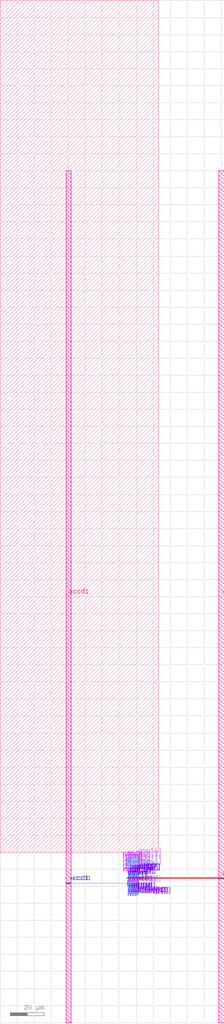
<source format=lef>
VERSION 5.7 ;
  NOWIREEXTENSIONATPIN ON ;
  DIVIDERCHAR "/" ;
  BUSBITCHARS "[]" ;
MACRO flash_array_8x8
  CLASS BLOCK ;
  FOREIGN flash_array_8x8 ;
  ORIGIN 0.000 0.000 ;
  SIZE 93.100 BY 500.000 ;
  PIN sen2
    ANTENNAGATEAREA 0.504000 ;
    PORT
      LAYER li1 ;
        RECT 75.290 -11.940 75.460 -11.925 ;
        RECT 76.730 -11.940 76.900 -11.925 ;
        RECT 78.170 -11.940 78.340 -11.925 ;
        RECT 79.610 -11.940 79.780 -11.925 ;
        RECT 75.210 -12.110 75.540 -11.940 ;
        RECT 76.650 -12.110 76.980 -11.940 ;
        RECT 78.090 -12.110 78.420 -11.940 ;
        RECT 79.530 -12.110 79.860 -11.940 ;
        RECT 75.910 -24.445 76.240 -24.275 ;
        RECT 77.350 -24.445 77.680 -24.275 ;
        RECT 78.790 -24.445 79.120 -24.275 ;
        RECT 80.230 -24.445 80.560 -24.275 ;
        RECT 75.990 -24.460 76.160 -24.445 ;
        RECT 77.430 -24.460 77.600 -24.445 ;
        RECT 78.870 -24.460 79.040 -24.445 ;
        RECT 80.310 -24.460 80.480 -24.445 ;
      LAYER mcon ;
        RECT 75.290 -12.095 75.460 -11.925 ;
        RECT 76.730 -12.095 76.900 -11.925 ;
        RECT 78.170 -12.095 78.340 -11.925 ;
        RECT 79.610 -12.095 79.780 -11.925 ;
      LAYER met1 ;
        RECT 75.005 -12.125 81.605 -11.895 ;
        RECT 81.465 -24.260 81.605 -12.125 ;
        RECT 75.005 -24.490 81.605 -24.260 ;
    END
  END sen2
  PIN sen1
    ANTENNAGATEAREA 0.504000 ;
    PORT
      LAYER li1 ;
        RECT 75.690 -12.450 76.020 -12.280 ;
        RECT 77.130 -12.450 77.460 -12.280 ;
        RECT 78.570 -12.450 78.900 -12.280 ;
        RECT 80.010 -12.450 80.340 -12.280 ;
        RECT 75.770 -12.465 75.940 -12.450 ;
        RECT 77.210 -12.465 77.380 -12.450 ;
        RECT 78.650 -12.465 78.820 -12.450 ;
        RECT 80.090 -12.465 80.260 -12.450 ;
        RECT 75.510 -23.935 75.680 -23.920 ;
        RECT 76.950 -23.935 77.120 -23.920 ;
        RECT 78.390 -23.935 78.560 -23.920 ;
        RECT 79.830 -23.935 80.000 -23.920 ;
        RECT 75.430 -24.105 75.760 -23.935 ;
        RECT 76.870 -24.105 77.200 -23.935 ;
        RECT 78.310 -24.105 78.640 -23.935 ;
        RECT 79.750 -24.105 80.080 -23.935 ;
      LAYER mcon ;
        RECT 75.510 -24.090 75.680 -23.920 ;
        RECT 76.950 -24.090 77.120 -23.920 ;
        RECT 78.390 -24.090 78.560 -23.920 ;
        RECT 79.830 -24.090 80.000 -23.920 ;
      LAYER met1 ;
        RECT 75.005 -12.495 81.325 -12.265 ;
        RECT 81.185 -23.890 81.325 -12.495 ;
        RECT 75.005 -24.120 81.325 -23.890 ;
    END
  END sen1
  PIN BL[7]
    ANTENNAGATEAREA 0.126000 ;
    ANTENNADIFFAREA 0.273000 ;
    PORT
      LAYER li1 ;
        RECT 80.240 -2.240 80.570 -2.070 ;
        RECT 80.240 -8.900 80.570 -8.730 ;
        RECT 80.085 -13.735 80.415 -13.565 ;
      LAYER mcon ;
        RECT 80.320 -2.240 80.490 -2.070 ;
        RECT 80.320 -8.900 80.490 -8.730 ;
        RECT 80.165 -13.735 80.335 -13.565 ;
      LAYER met1 ;
        RECT 80.320 -2.040 80.490 -1.905 ;
        RECT 80.260 -2.270 80.550 -2.040 ;
        RECT 80.320 -8.700 80.490 -2.270 ;
        RECT 80.260 -8.930 80.550 -8.700 ;
        RECT 80.320 -10.455 80.490 -8.930 ;
        RECT 80.275 -10.595 80.490 -10.455 ;
        RECT 80.275 -10.895 80.415 -10.595 ;
        RECT 80.155 -11.215 80.415 -10.895 ;
        RECT 80.090 -13.765 80.410 -13.505 ;
      LAYER via ;
        RECT 80.155 -11.185 80.415 -10.925 ;
        RECT 80.120 -13.765 80.380 -13.505 ;
      LAYER met2 ;
        RECT 80.155 -11.215 80.415 -10.895 ;
        RECT 80.155 -13.505 80.295 -11.215 ;
        RECT 80.090 -13.765 80.410 -13.505 ;
    END
  END BL[7]
  PIN BL[6]
    ANTENNAGATEAREA 0.126000 ;
    ANTENNADIFFAREA 0.273000 ;
    PORT
      LAYER li1 ;
        RECT 79.520 -2.240 79.850 -2.070 ;
        RECT 79.520 -8.900 79.850 -8.730 ;
        RECT 79.675 -22.800 80.005 -22.630 ;
      LAYER mcon ;
        RECT 79.600 -2.240 79.770 -2.070 ;
        RECT 79.600 -8.900 79.770 -8.730 ;
        RECT 79.755 -22.800 79.925 -22.630 ;
      LAYER met1 ;
        RECT 79.600 -2.040 79.770 -1.905 ;
        RECT 79.540 -2.270 79.830 -2.040 ;
        RECT 79.600 -8.700 79.770 -2.270 ;
        RECT 79.540 -8.930 79.830 -8.700 ;
        RECT 79.600 -10.455 79.770 -8.930 ;
        RECT 79.600 -10.595 79.835 -10.455 ;
        RECT 79.695 -10.895 79.835 -10.595 ;
        RECT 79.695 -11.155 80.015 -10.895 ;
        RECT 79.680 -22.860 80.000 -22.600 ;
      LAYER via ;
        RECT 79.725 -11.155 79.985 -10.895 ;
        RECT 79.710 -22.860 79.970 -22.600 ;
      LAYER met2 ;
        RECT 79.695 -11.155 80.015 -10.895 ;
        RECT 79.795 -22.600 79.935 -11.155 ;
        RECT 79.680 -22.860 80.000 -22.600 ;
    END
  END BL[6]
  PIN BL[5]
    ANTENNAGATEAREA 0.126000 ;
    ANTENNADIFFAREA 0.273000 ;
    PORT
      LAYER li1 ;
        RECT 78.800 -2.240 79.130 -2.070 ;
        RECT 78.800 -8.900 79.130 -8.730 ;
        RECT 78.645 -13.735 78.975 -13.565 ;
      LAYER mcon ;
        RECT 78.880 -2.240 79.050 -2.070 ;
        RECT 78.880 -8.900 79.050 -8.730 ;
        RECT 78.725 -13.735 78.895 -13.565 ;
      LAYER met1 ;
        RECT 78.880 -2.040 79.050 -1.905 ;
        RECT 78.820 -2.270 79.110 -2.040 ;
        RECT 78.880 -8.700 79.050 -2.270 ;
        RECT 78.820 -8.930 79.110 -8.700 ;
        RECT 78.880 -10.455 79.050 -8.930 ;
        RECT 78.835 -10.595 79.050 -10.455 ;
        RECT 78.835 -10.895 78.975 -10.595 ;
        RECT 78.715 -11.215 78.975 -10.895 ;
        RECT 78.650 -13.765 78.970 -13.505 ;
      LAYER via ;
        RECT 78.715 -11.185 78.975 -10.925 ;
        RECT 78.680 -13.765 78.940 -13.505 ;
      LAYER met2 ;
        RECT 78.715 -11.215 78.975 -10.895 ;
        RECT 78.715 -13.505 78.855 -11.215 ;
        RECT 78.650 -13.765 78.970 -13.505 ;
    END
  END BL[5]
  PIN BL[4]
    ANTENNAGATEAREA 0.126000 ;
    ANTENNADIFFAREA 0.273000 ;
    PORT
      LAYER li1 ;
        RECT 78.080 -2.240 78.410 -2.070 ;
        RECT 78.080 -8.900 78.410 -8.730 ;
        RECT 78.235 -22.800 78.565 -22.630 ;
      LAYER mcon ;
        RECT 78.160 -2.240 78.330 -2.070 ;
        RECT 78.160 -8.900 78.330 -8.730 ;
        RECT 78.315 -22.800 78.485 -22.630 ;
      LAYER met1 ;
        RECT 78.160 -2.040 78.330 -1.905 ;
        RECT 78.100 -2.270 78.390 -2.040 ;
        RECT 78.160 -8.700 78.330 -2.270 ;
        RECT 78.100 -8.930 78.390 -8.700 ;
        RECT 78.160 -10.455 78.330 -8.930 ;
        RECT 78.160 -10.595 78.395 -10.455 ;
        RECT 78.255 -10.895 78.395 -10.595 ;
        RECT 78.255 -11.155 78.575 -10.895 ;
        RECT 78.240 -22.860 78.560 -22.600 ;
      LAYER via ;
        RECT 78.285 -11.155 78.545 -10.895 ;
        RECT 78.270 -22.860 78.530 -22.600 ;
      LAYER met2 ;
        RECT 78.255 -11.155 78.575 -10.895 ;
        RECT 78.355 -22.600 78.495 -11.155 ;
        RECT 78.240 -22.860 78.560 -22.600 ;
    END
  END BL[4]
  PIN BL[3]
    ANTENNAGATEAREA 0.126000 ;
    ANTENNADIFFAREA 0.273000 ;
    PORT
      LAYER li1 ;
        RECT 77.360 -2.240 77.690 -2.070 ;
        RECT 77.360 -8.900 77.690 -8.730 ;
        RECT 77.205 -13.735 77.535 -13.565 ;
      LAYER mcon ;
        RECT 77.440 -2.240 77.610 -2.070 ;
        RECT 77.440 -8.900 77.610 -8.730 ;
        RECT 77.285 -13.735 77.455 -13.565 ;
      LAYER met1 ;
        RECT 77.440 -2.040 77.610 -1.905 ;
        RECT 77.380 -2.270 77.670 -2.040 ;
        RECT 77.440 -8.700 77.610 -2.270 ;
        RECT 77.380 -8.930 77.670 -8.700 ;
        RECT 77.440 -10.455 77.610 -8.930 ;
        RECT 77.395 -10.595 77.610 -10.455 ;
        RECT 77.395 -10.895 77.535 -10.595 ;
        RECT 77.275 -11.215 77.535 -10.895 ;
        RECT 77.210 -13.765 77.530 -13.505 ;
      LAYER via ;
        RECT 77.275 -11.185 77.535 -10.925 ;
        RECT 77.240 -13.765 77.500 -13.505 ;
      LAYER met2 ;
        RECT 77.275 -11.215 77.535 -10.895 ;
        RECT 77.275 -13.505 77.415 -11.215 ;
        RECT 77.210 -13.765 77.530 -13.505 ;
    END
  END BL[3]
  PIN BL[2]
    ANTENNAGATEAREA 0.126000 ;
    ANTENNADIFFAREA 0.273000 ;
    PORT
      LAYER li1 ;
        RECT 76.640 -2.240 76.970 -2.070 ;
        RECT 76.640 -8.900 76.970 -8.730 ;
        RECT 76.795 -22.800 77.125 -22.630 ;
      LAYER mcon ;
        RECT 76.720 -2.240 76.890 -2.070 ;
        RECT 76.720 -8.900 76.890 -8.730 ;
        RECT 76.875 -22.800 77.045 -22.630 ;
      LAYER met1 ;
        RECT 76.720 -2.040 76.890 -1.905 ;
        RECT 76.660 -2.270 76.950 -2.040 ;
        RECT 76.720 -8.700 76.890 -2.270 ;
        RECT 76.660 -8.930 76.950 -8.700 ;
        RECT 76.720 -10.455 76.890 -8.930 ;
        RECT 76.720 -10.595 76.955 -10.455 ;
        RECT 76.815 -10.895 76.955 -10.595 ;
        RECT 76.815 -11.155 77.135 -10.895 ;
        RECT 76.800 -22.860 77.120 -22.600 ;
      LAYER via ;
        RECT 76.845 -11.155 77.105 -10.895 ;
        RECT 76.830 -22.860 77.090 -22.600 ;
      LAYER met2 ;
        RECT 76.815 -11.155 77.135 -10.895 ;
        RECT 76.915 -22.600 77.055 -11.155 ;
        RECT 76.800 -22.860 77.120 -22.600 ;
    END
  END BL[2]
  PIN BL[1]
    ANTENNAGATEAREA 0.126000 ;
    ANTENNADIFFAREA 0.273000 ;
    PORT
      LAYER li1 ;
        RECT 75.920 -2.240 76.250 -2.070 ;
        RECT 75.920 -8.900 76.250 -8.730 ;
        RECT 75.765 -13.735 76.095 -13.565 ;
      LAYER mcon ;
        RECT 76.000 -2.240 76.170 -2.070 ;
        RECT 76.000 -8.900 76.170 -8.730 ;
        RECT 75.845 -13.735 76.015 -13.565 ;
      LAYER met1 ;
        RECT 76.000 -2.040 76.170 -1.905 ;
        RECT 75.940 -2.270 76.230 -2.040 ;
        RECT 76.000 -8.700 76.170 -2.270 ;
        RECT 75.940 -8.930 76.230 -8.700 ;
        RECT 76.000 -10.455 76.170 -8.930 ;
        RECT 75.955 -10.595 76.170 -10.455 ;
        RECT 75.955 -10.895 76.095 -10.595 ;
        RECT 75.835 -11.215 76.095 -10.895 ;
        RECT 75.770 -13.765 76.090 -13.505 ;
      LAYER via ;
        RECT 75.835 -11.185 76.095 -10.925 ;
        RECT 75.800 -13.765 76.060 -13.505 ;
      LAYER met2 ;
        RECT 75.835 -11.215 76.095 -10.895 ;
        RECT 75.835 -13.505 75.975 -11.215 ;
        RECT 75.770 -13.765 76.090 -13.505 ;
    END
  END BL[1]
  PIN BL[0]
    ANTENNAGATEAREA 0.126000 ;
    ANTENNADIFFAREA 0.273000 ;
    PORT
      LAYER li1 ;
        RECT 75.200 -2.240 75.530 -2.070 ;
        RECT 75.200 -8.900 75.530 -8.730 ;
        RECT 75.355 -22.800 75.685 -22.630 ;
      LAYER mcon ;
        RECT 75.280 -2.240 75.450 -2.070 ;
        RECT 75.280 -8.900 75.450 -8.730 ;
        RECT 75.435 -22.800 75.605 -22.630 ;
      LAYER met1 ;
        RECT 75.280 -2.040 75.450 -1.905 ;
        RECT 75.220 -2.270 75.510 -2.040 ;
        RECT 75.280 -8.700 75.450 -2.270 ;
        RECT 75.220 -8.930 75.510 -8.700 ;
        RECT 75.280 -10.455 75.450 -8.930 ;
        RECT 75.280 -10.595 75.515 -10.455 ;
        RECT 75.375 -10.895 75.515 -10.595 ;
        RECT 75.375 -11.155 75.695 -10.895 ;
        RECT 75.360 -22.860 75.680 -22.600 ;
      LAYER via ;
        RECT 75.405 -11.155 75.665 -10.895 ;
        RECT 75.390 -22.860 75.650 -22.600 ;
      LAYER met2 ;
        RECT 75.375 -11.155 75.695 -10.895 ;
        RECT 75.475 -22.600 75.615 -11.155 ;
        RECT 75.360 -22.860 75.680 -22.600 ;
    END
  END BL[0]
  PIN VBPW
    ANTENNADIFFAREA 8.916200 ;
    PORT
      LAYER li1 ;
        RECT 74.090 -1.730 81.670 -1.560 ;
        RECT 81.340 -3.260 81.670 -3.090 ;
        RECT 74.090 -3.690 74.420 -3.520 ;
        RECT 81.340 -4.120 81.670 -3.950 ;
        RECT 74.090 -4.550 74.420 -4.380 ;
        RECT 74.090 -6.590 74.420 -6.420 ;
        RECT 81.340 -7.020 81.670 -6.850 ;
        RECT 74.090 -7.450 74.420 -7.280 ;
        RECT 81.340 -7.880 81.670 -7.710 ;
        RECT 74.090 -9.410 81.670 -9.240 ;
      LAYER mcon ;
        RECT 74.170 -1.730 74.340 -1.560 ;
        RECT 81.420 -1.730 81.590 -1.560 ;
        RECT 81.420 -3.260 81.590 -3.090 ;
        RECT 74.170 -3.690 74.340 -3.520 ;
        RECT 81.420 -4.120 81.590 -3.950 ;
        RECT 74.170 -4.550 74.340 -4.380 ;
        RECT 74.170 -6.590 74.340 -6.420 ;
        RECT 81.420 -7.020 81.590 -6.850 ;
        RECT 74.170 -7.450 74.340 -7.280 ;
        RECT 81.420 -7.880 81.590 -7.710 ;
        RECT 74.170 -9.410 74.340 -9.240 ;
        RECT 81.420 -9.410 81.590 -9.240 ;
      LAYER met1 ;
        RECT 74.110 -1.760 74.400 -1.530 ;
        RECT 81.360 -1.760 81.650 -1.530 ;
        RECT 74.170 -3.490 74.340 -1.760 ;
        RECT 81.420 -3.060 81.590 -1.760 ;
        RECT 81.390 -3.290 81.620 -3.060 ;
        RECT 74.140 -3.720 74.370 -3.490 ;
        RECT 74.170 -4.350 74.340 -3.720 ;
        RECT 81.420 -3.920 81.590 -3.290 ;
        RECT 81.390 -4.150 81.620 -3.920 ;
        RECT 74.140 -4.580 74.370 -4.350 ;
        RECT 74.170 -6.390 74.340 -4.580 ;
        RECT 74.140 -6.620 74.370 -6.390 ;
        RECT 74.170 -7.250 74.340 -6.620 ;
        RECT 81.420 -6.820 81.590 -4.150 ;
        RECT 81.390 -7.050 81.620 -6.820 ;
        RECT 74.140 -7.480 74.370 -7.250 ;
        RECT 74.170 -9.210 74.340 -7.480 ;
        RECT 81.420 -7.680 81.590 -7.050 ;
        RECT 81.390 -7.910 81.620 -7.680 ;
        RECT 81.420 -9.210 81.590 -7.910 ;
        RECT 74.110 -9.440 74.400 -9.210 ;
        RECT 81.360 -9.440 81.650 -9.210 ;
    END
  END VBPW
  PIN SSL[1]
    ANTENNAGATEAREA 1.680000 ;
    PORT
      LAYER li1 ;
        RECT 80.860 -8.515 81.190 -8.345 ;
    END
  END SSL[1]
  PIN out[6]
    ANTENNADIFFAREA 0.111300 ;
    PORT
      LAYER li1 ;
        RECT 79.840 -25.055 80.010 -24.635 ;
    END
  END out[6]
  PIN out[4]
    ANTENNADIFFAREA 0.111300 ;
    PORT
      LAYER li1 ;
        RECT 78.400 -25.055 78.570 -24.635 ;
    END
  END out[4]
  PIN out[2]
    ANTENNADIFFAREA 0.111300 ;
    PORT
      LAYER li1 ;
        RECT 76.960 -25.055 77.130 -24.635 ;
    END
  END out[2]
  PIN out[0]
    ANTENNADIFFAREA 0.111300 ;
    PORT
      LAYER li1 ;
        RECT 75.520 -25.055 75.690 -24.635 ;
    END
  END out[0]
  PIN WL1[1]
    ANTENNAGATEAREA 0.792000 ;
    PORT
      LAYER li1 ;
        RECT 80.860 -7.450 81.190 -7.280 ;
    END
  END WL1[1]
  PIN WL1[0]
    ANTENNAGATEAREA 0.792000 ;
    PORT
      LAYER li1 ;
        RECT 74.580 -7.880 74.910 -7.710 ;
    END
  END WL1[0]
  PIN WL1[3]
    ANTENNAGATEAREA 0.792000 ;
    PORT
      LAYER li1 ;
        RECT 80.860 -6.590 81.190 -6.420 ;
    END
  END WL1[3]
  PIN WL1[2]
    ANTENNAGATEAREA 0.792000 ;
    PORT
      LAYER li1 ;
        RECT 74.580 -7.020 74.910 -6.850 ;
    END
  END WL1[2]
  PIN SL
    ANTENNADIFFAREA 1.344000 ;
    PORT
      LAYER li1 ;
        RECT 75.005 -5.570 80.765 -5.400 ;
    END
  END SL
  PIN GSL[1]
    ANTENNAGATEAREA 1.680000 ;
    PORT
      LAYER li1 ;
        RECT 74.535 -5.905 74.865 -5.735 ;
    END
  END GSL[1]
  PIN GSL[0]
    ANTENNAGATEAREA 1.680000 ;
    PORT
      LAYER li1 ;
        RECT 74.535 -5.235 74.865 -5.065 ;
    END
  END GSL[0]
  PIN WL0[3]
    ANTENNAGATEAREA 0.792000 ;
    PORT
      LAYER li1 ;
        RECT 80.860 -4.550 81.190 -4.380 ;
    END
  END WL0[3]
  PIN WL0[2]
    ANTENNAGATEAREA 0.792000 ;
    PORT
      LAYER li1 ;
        RECT 74.580 -4.120 74.910 -3.950 ;
    END
  END WL0[2]
  PIN WL0[1]
    ANTENNAGATEAREA 0.792000 ;
    PORT
      LAYER li1 ;
        RECT 80.860 -3.690 81.190 -3.520 ;
    END
  END WL0[1]
  PIN WL0[0]
    ANTENNAGATEAREA 0.792000 ;
    PORT
      LAYER li1 ;
        RECT 74.580 -3.260 74.910 -3.090 ;
    END
  END WL0[0]
  PIN SSL[0]
    ANTENNAGATEAREA 1.680000 ;
    PORT
      LAYER li1 ;
        RECT 80.860 -2.625 81.190 -2.455 ;
    END
  END SSL[0]
  PIN out[7]
    ANTENNADIFFAREA 0.111300 ;
    PORT
      LAYER li1 ;
        RECT 80.080 -11.750 80.250 -11.330 ;
      LAYER mcon ;
        RECT 80.080 -11.625 80.250 -11.455 ;
      LAYER met1 ;
        RECT 80.435 -11.395 80.695 -11.380 ;
        RECT 79.990 -11.685 80.695 -11.395 ;
        RECT 80.435 -11.700 80.695 -11.685 ;
      LAYER via ;
        RECT 80.435 -11.670 80.695 -11.410 ;
      LAYER met2 ;
        RECT 80.435 -11.700 80.695 -11.380 ;
        RECT 80.555 -25.430 80.695 -11.700 ;
    END
  END out[7]
  PIN out_en[3]
    ANTENNAGATEAREA 0.126000 ;
    PORT
      LAYER li1 ;
        RECT 79.440 -11.140 80.545 -10.970 ;
        RECT 79.440 -11.680 79.610 -11.140 ;
        RECT 79.440 -25.415 79.875 -25.245 ;
      LAYER met1 ;
        RECT 79.395 -11.755 79.655 -11.435 ;
        RECT 79.395 -25.490 79.655 -25.170 ;
      LAYER via ;
        RECT 79.395 -11.725 79.655 -11.465 ;
        RECT 79.395 -25.460 79.655 -25.200 ;
      LAYER met2 ;
        RECT 79.395 -11.755 79.655 -11.435 ;
        RECT 79.395 -25.170 79.535 -11.755 ;
        RECT 79.395 -25.490 79.655 -25.170 ;
    END
  END out_en[3]
  PIN out[5]
    ANTENNADIFFAREA 0.111300 ;
    PORT
      LAYER li1 ;
        RECT 78.640 -11.750 78.810 -11.330 ;
      LAYER mcon ;
        RECT 78.640 -11.625 78.810 -11.455 ;
      LAYER met1 ;
        RECT 78.995 -11.395 79.255 -11.380 ;
        RECT 78.550 -11.685 79.255 -11.395 ;
        RECT 78.995 -11.700 79.255 -11.685 ;
      LAYER via ;
        RECT 78.995 -11.670 79.255 -11.410 ;
      LAYER met2 ;
        RECT 78.995 -11.700 79.255 -11.380 ;
        RECT 79.115 -25.430 79.255 -11.700 ;
    END
  END out[5]
  PIN out_en[2]
    ANTENNAGATEAREA 0.126000 ;
    PORT
      LAYER li1 ;
        RECT 78.000 -11.140 79.105 -10.970 ;
        RECT 78.000 -11.680 78.170 -11.140 ;
        RECT 78.000 -25.415 78.435 -25.245 ;
      LAYER met1 ;
        RECT 77.955 -11.755 78.215 -11.435 ;
        RECT 77.955 -25.490 78.215 -25.170 ;
      LAYER via ;
        RECT 77.955 -11.725 78.215 -11.465 ;
        RECT 77.955 -25.460 78.215 -25.200 ;
      LAYER met2 ;
        RECT 77.955 -11.755 78.215 -11.435 ;
        RECT 77.955 -25.170 78.095 -11.755 ;
        RECT 77.955 -25.490 78.215 -25.170 ;
    END
  END out_en[2]
  PIN out[3]
    ANTENNADIFFAREA 0.111300 ;
    PORT
      LAYER li1 ;
        RECT 77.200 -11.750 77.370 -11.330 ;
      LAYER mcon ;
        RECT 77.200 -11.625 77.370 -11.455 ;
      LAYER met1 ;
        RECT 77.555 -11.395 77.815 -11.380 ;
        RECT 77.110 -11.685 77.815 -11.395 ;
        RECT 77.555 -11.700 77.815 -11.685 ;
      LAYER via ;
        RECT 77.555 -11.670 77.815 -11.410 ;
      LAYER met2 ;
        RECT 77.555 -11.700 77.815 -11.380 ;
        RECT 77.675 -25.430 77.815 -11.700 ;
    END
  END out[3]
  PIN out_en[1]
    ANTENNAGATEAREA 0.126000 ;
    PORT
      LAYER li1 ;
        RECT 76.560 -11.140 77.665 -10.970 ;
        RECT 76.560 -11.680 76.730 -11.140 ;
        RECT 76.560 -25.415 76.995 -25.245 ;
      LAYER met1 ;
        RECT 76.515 -11.755 76.775 -11.435 ;
        RECT 76.515 -25.490 76.775 -25.170 ;
      LAYER via ;
        RECT 76.515 -11.725 76.775 -11.465 ;
        RECT 76.515 -25.460 76.775 -25.200 ;
      LAYER met2 ;
        RECT 76.515 -11.755 76.775 -11.435 ;
        RECT 76.515 -25.170 76.655 -11.755 ;
        RECT 76.515 -25.490 76.775 -25.170 ;
    END
  END out_en[1]
  PIN out[1]
    ANTENNADIFFAREA 0.111300 ;
    PORT
      LAYER li1 ;
        RECT 75.760 -11.750 75.930 -11.330 ;
      LAYER mcon ;
        RECT 75.760 -11.625 75.930 -11.455 ;
      LAYER met1 ;
        RECT 76.115 -11.395 76.375 -11.380 ;
        RECT 75.670 -11.685 76.375 -11.395 ;
        RECT 76.115 -11.700 76.375 -11.685 ;
      LAYER via ;
        RECT 76.115 -11.670 76.375 -11.410 ;
      LAYER met2 ;
        RECT 76.115 -11.700 76.375 -11.380 ;
        RECT 76.235 -25.430 76.375 -11.700 ;
    END
  END out[1]
  PIN out_en[0]
    ANTENNAGATEAREA 0.126000 ;
    PORT
      LAYER li1 ;
        RECT 75.120 -11.140 76.225 -10.970 ;
        RECT 75.120 -11.680 75.290 -11.140 ;
        RECT 75.120 -25.415 75.555 -25.245 ;
      LAYER met1 ;
        RECT 75.075 -11.755 75.335 -11.435 ;
        RECT 75.075 -25.490 75.335 -25.170 ;
      LAYER via ;
        RECT 75.075 -11.725 75.335 -11.465 ;
        RECT 75.075 -25.460 75.335 -25.200 ;
      LAYER met2 ;
        RECT 75.075 -11.755 75.335 -11.435 ;
        RECT 75.075 -25.170 75.215 -11.755 ;
        RECT 75.075 -25.490 75.335 -25.170 ;
    END
  END out_en[0]
  PIN vccd1
    DIRECTION INOUT ;
    USE POWER ;
    PORT
      LAYER nwell ;
        RECT 74.825 -19.565 80.945 -16.815 ;
      LAYER li1 ;
        RECT 75.640 -18.105 75.810 -17.010 ;
        RECT 77.080 -18.105 77.250 -17.010 ;
        RECT 78.520 -18.105 78.690 -17.010 ;
        RECT 79.960 -18.105 80.130 -17.010 ;
        RECT 75.005 -18.275 80.765 -18.105 ;
        RECT 75.640 -19.370 75.810 -18.275 ;
        RECT 77.080 -19.370 77.250 -18.275 ;
        RECT 78.520 -19.370 78.690 -18.275 ;
        RECT 79.960 -19.370 80.130 -18.275 ;
      LAYER mcon ;
        RECT 75.640 -18.275 75.810 -18.105 ;
        RECT 77.080 -18.275 77.250 -18.105 ;
        RECT 78.520 -18.275 78.690 -18.105 ;
        RECT 79.960 -18.275 80.130 -18.105 ;
      LAYER met1 ;
        RECT 74.615 -18.075 74.935 -18.060 ;
        RECT 74.615 -18.305 80.765 -18.075 ;
        RECT 74.615 -18.320 74.935 -18.305 ;
      LAYER via ;
        RECT 74.645 -18.320 74.905 -18.060 ;
      LAYER met2 ;
        RECT 38.685 -18.120 41.785 -18.050 ;
        RECT 74.615 -18.120 74.935 -18.060 ;
        RECT 38.685 -18.260 74.935 -18.120 ;
        RECT 38.685 -18.330 41.785 -18.260 ;
        RECT 74.615 -18.320 74.935 -18.260 ;
      LAYER via2 ;
        RECT 39.060 -18.330 39.340 -18.050 ;
        RECT 39.460 -18.330 39.740 -18.050 ;
        RECT 39.860 -18.330 40.140 -18.050 ;
        RECT 40.260 -18.330 40.540 -18.050 ;
        RECT 40.660 -18.330 40.940 -18.050 ;
        RECT 41.060 -18.330 41.340 -18.050 ;
        RECT 41.460 -18.330 41.740 -18.050 ;
      LAYER met3 ;
        RECT 38.685 -18.390 41.785 -17.990 ;
      LAYER via3 ;
        RECT 39.040 -18.350 39.360 -18.030 ;
        RECT 39.440 -18.350 39.760 -18.030 ;
        RECT 39.840 -18.350 40.160 -18.030 ;
        RECT 40.240 -18.350 40.560 -18.030 ;
        RECT 40.640 -18.350 40.960 -18.030 ;
        RECT 41.040 -18.350 41.360 -18.030 ;
        RECT 41.440 -18.350 41.760 -18.030 ;
      LAYER met4 ;
        RECT 38.685 -100.000 41.785 400.000 ;
    END
  END vccd1
  PIN vssd1
    DIRECTION INOUT ;
    USE GROUND ;
    PORT
      LAYER li1 ;
        RECT 75.855 -13.965 76.025 -13.905 ;
        RECT 77.295 -13.965 77.465 -13.905 ;
        RECT 78.735 -13.965 78.905 -13.905 ;
        RECT 80.175 -13.965 80.345 -13.905 ;
        RECT 75.835 -14.135 76.025 -13.965 ;
        RECT 77.275 -14.135 77.465 -13.965 ;
        RECT 78.715 -14.135 78.905 -13.965 ;
        RECT 80.155 -14.135 80.345 -13.965 ;
        RECT 75.855 -14.655 76.025 -14.135 ;
        RECT 77.295 -14.655 77.465 -14.135 ;
        RECT 78.735 -14.655 78.905 -14.135 ;
        RECT 80.175 -14.655 80.345 -14.135 ;
        RECT 75.560 -15.275 75.890 -15.105 ;
        RECT 77.000 -15.275 77.330 -15.105 ;
        RECT 78.440 -15.275 78.770 -15.105 ;
        RECT 79.880 -15.275 80.210 -15.105 ;
        RECT 75.640 -15.920 75.810 -15.275 ;
        RECT 77.080 -15.920 77.250 -15.275 ;
        RECT 78.520 -15.920 78.690 -15.275 ;
        RECT 79.960 -15.920 80.130 -15.275 ;
        RECT 75.640 -21.090 75.810 -20.460 ;
        RECT 77.080 -21.090 77.250 -20.460 ;
        RECT 78.520 -21.090 78.690 -20.460 ;
        RECT 79.960 -21.090 80.130 -20.460 ;
        RECT 75.560 -21.260 75.890 -21.090 ;
        RECT 77.000 -21.260 77.330 -21.090 ;
        RECT 78.440 -21.260 78.770 -21.090 ;
        RECT 79.880 -21.260 80.210 -21.090 ;
        RECT 75.425 -22.230 75.595 -21.710 ;
        RECT 76.865 -22.230 77.035 -21.710 ;
        RECT 78.305 -22.230 78.475 -21.710 ;
        RECT 79.745 -22.230 79.915 -21.710 ;
        RECT 75.425 -22.400 75.615 -22.230 ;
        RECT 76.865 -22.400 77.055 -22.230 ;
        RECT 78.305 -22.400 78.495 -22.230 ;
        RECT 79.745 -22.400 79.935 -22.230 ;
        RECT 75.425 -22.460 75.595 -22.400 ;
        RECT 76.865 -22.460 77.035 -22.400 ;
        RECT 78.305 -22.460 78.475 -22.400 ;
        RECT 79.745 -22.460 79.915 -22.400 ;
      LAYER mcon ;
        RECT 75.835 -14.135 76.005 -13.965 ;
        RECT 77.275 -14.135 77.445 -13.965 ;
        RECT 78.715 -14.135 78.885 -13.965 ;
        RECT 80.155 -14.135 80.325 -13.965 ;
        RECT 75.640 -15.275 75.810 -15.105 ;
        RECT 77.080 -15.275 77.250 -15.105 ;
        RECT 78.520 -15.275 78.690 -15.105 ;
        RECT 79.960 -15.275 80.130 -15.105 ;
        RECT 75.640 -21.260 75.810 -21.090 ;
        RECT 77.080 -21.260 77.250 -21.090 ;
        RECT 78.520 -21.260 78.690 -21.090 ;
        RECT 79.960 -21.260 80.130 -21.090 ;
        RECT 75.445 -22.400 75.615 -22.230 ;
        RECT 76.885 -22.400 77.055 -22.230 ;
        RECT 78.325 -22.400 78.495 -22.230 ;
        RECT 79.765 -22.400 79.935 -22.230 ;
      LAYER met1 ;
        RECT 75.805 -14.195 76.035 -13.905 ;
        RECT 77.245 -14.195 77.475 -13.905 ;
        RECT 78.685 -14.195 78.915 -13.905 ;
        RECT 80.125 -14.195 80.355 -13.905 ;
        RECT 75.805 -15.075 75.945 -14.195 ;
        RECT 77.245 -15.075 77.385 -14.195 ;
        RECT 78.685 -15.075 78.825 -14.195 ;
        RECT 80.125 -15.075 80.265 -14.195 ;
        RECT 74.615 -15.120 74.935 -15.085 ;
        RECT 75.580 -15.120 75.945 -15.075 ;
        RECT 77.020 -15.120 77.385 -15.075 ;
        RECT 78.460 -15.120 78.825 -15.075 ;
        RECT 79.900 -15.120 80.265 -15.075 ;
        RECT 74.615 -15.305 81.045 -15.120 ;
        RECT 74.615 -15.345 74.935 -15.305 ;
        RECT 80.905 -21.060 81.045 -15.305 ;
        RECT 75.005 -21.245 81.045 -21.060 ;
        RECT 75.505 -21.290 75.870 -21.245 ;
        RECT 76.945 -21.290 77.310 -21.245 ;
        RECT 78.385 -21.290 78.750 -21.245 ;
        RECT 79.825 -21.290 80.190 -21.245 ;
        RECT 75.505 -22.170 75.645 -21.290 ;
        RECT 76.945 -22.170 77.085 -21.290 ;
        RECT 78.385 -22.170 78.525 -21.290 ;
        RECT 79.825 -22.170 79.965 -21.290 ;
        RECT 75.415 -22.460 75.645 -22.170 ;
        RECT 76.855 -22.460 77.085 -22.170 ;
        RECT 78.295 -22.460 78.525 -22.170 ;
        RECT 79.735 -22.460 79.965 -22.170 ;
      LAYER via ;
        RECT 74.645 -15.345 74.905 -15.085 ;
      LAYER met2 ;
        RECT 74.565 -15.355 74.935 -15.075 ;
      LAYER via2 ;
        RECT 74.610 -15.355 74.890 -15.075 ;
      LAYER met3 ;
        RECT 128.685 -15.050 131.785 -15.015 ;
        RECT 74.585 -15.380 131.785 -15.050 ;
        RECT 128.685 -15.415 131.785 -15.380 ;
      LAYER via3 ;
        RECT 128.690 -15.375 129.010 -15.055 ;
        RECT 129.090 -15.375 129.410 -15.055 ;
        RECT 129.490 -15.375 129.810 -15.055 ;
        RECT 129.890 -15.375 130.210 -15.055 ;
        RECT 130.290 -15.375 130.610 -15.055 ;
        RECT 130.690 -15.375 131.010 -15.055 ;
        RECT 131.090 -15.375 131.410 -15.055 ;
      LAYER met4 ;
        RECT 128.685 -100.000 131.785 400.000 ;
    END
  END vssd1
  OBS
      LAYER nwell ;
        RECT 72.490 -1.430 83.280 0.000 ;
        RECT 72.490 -9.540 73.920 -1.430 ;
        RECT 81.850 -9.540 83.280 -1.430 ;
        RECT 72.490 -10.970 83.280 -9.540 ;
      LAYER li1 ;
        RECT 75.570 -0.350 75.900 -0.180 ;
        RECT 77.010 -0.350 77.340 -0.180 ;
        RECT 78.450 -0.350 78.780 -0.180 ;
        RECT 79.890 -0.350 80.220 -0.180 ;
        RECT 75.570 -10.790 75.900 -10.620 ;
        RECT 77.010 -10.790 77.340 -10.620 ;
        RECT 78.450 -10.790 78.780 -10.620 ;
        RECT 79.890 -10.790 80.220 -10.620 ;
        RECT 76.190 -11.455 76.360 -11.330 ;
        RECT 77.630 -11.455 77.800 -11.330 ;
        RECT 79.070 -11.455 79.240 -11.330 ;
        RECT 80.510 -11.455 80.680 -11.330 ;
        RECT 76.160 -11.625 76.360 -11.455 ;
        RECT 77.600 -11.625 77.800 -11.455 ;
        RECT 79.040 -11.625 79.240 -11.455 ;
        RECT 80.480 -11.625 80.680 -11.455 ;
        RECT 76.190 -12.670 76.360 -11.625 ;
        RECT 77.630 -12.670 77.800 -11.625 ;
        RECT 79.070 -12.670 79.240 -11.625 ;
        RECT 80.510 -12.670 80.680 -11.625 ;
        RECT 75.055 -13.050 75.400 -12.880 ;
        RECT 75.640 -13.220 75.810 -12.755 ;
        RECT 76.155 -12.775 76.360 -12.670 ;
        RECT 76.155 -12.800 76.325 -12.775 ;
        RECT 76.070 -13.130 76.325 -12.800 ;
        RECT 76.495 -13.050 76.840 -12.880 ;
        RECT 76.155 -13.175 76.325 -13.130 ;
        RECT 77.080 -13.220 77.250 -12.755 ;
        RECT 77.595 -12.775 77.800 -12.670 ;
        RECT 77.595 -12.800 77.765 -12.775 ;
        RECT 77.510 -13.130 77.765 -12.800 ;
        RECT 77.935 -13.050 78.280 -12.880 ;
        RECT 77.595 -13.175 77.765 -13.130 ;
        RECT 78.520 -13.220 78.690 -12.755 ;
        RECT 79.035 -12.775 79.240 -12.670 ;
        RECT 79.035 -12.800 79.205 -12.775 ;
        RECT 78.950 -13.130 79.205 -12.800 ;
        RECT 79.375 -13.050 79.720 -12.880 ;
        RECT 79.035 -13.175 79.205 -13.130 ;
        RECT 79.960 -13.220 80.130 -12.755 ;
        RECT 80.475 -12.775 80.680 -12.670 ;
        RECT 80.475 -12.800 80.645 -12.775 ;
        RECT 80.390 -13.130 80.645 -12.800 ;
        RECT 80.475 -13.175 80.645 -13.130 ;
        RECT 75.425 -13.390 75.810 -13.220 ;
        RECT 76.865 -13.390 77.250 -13.220 ;
        RECT 78.305 -13.390 78.690 -13.220 ;
        RECT 79.745 -13.390 80.130 -13.220 ;
        RECT 75.425 -14.655 75.595 -13.390 ;
        RECT 76.865 -14.655 77.035 -13.390 ;
        RECT 78.305 -14.655 78.475 -13.390 ;
        RECT 79.745 -14.655 79.915 -13.390 ;
        RECT 75.090 -14.950 75.305 -14.780 ;
        RECT 76.145 -14.950 76.360 -14.780 ;
        RECT 75.090 -15.590 75.260 -14.950 ;
        RECT 76.190 -15.590 76.360 -14.950 ;
        RECT 75.090 -15.920 75.380 -15.590 ;
        RECT 76.070 -15.920 76.360 -15.590 ;
        RECT 75.090 -16.590 75.260 -15.920 ;
        RECT 75.430 -16.170 75.600 -16.090 ;
        RECT 76.190 -16.170 76.360 -15.920 ;
        RECT 75.430 -16.340 76.360 -16.170 ;
        RECT 75.430 -16.420 75.600 -16.340 ;
        RECT 75.850 -16.590 76.020 -16.510 ;
        RECT 75.090 -16.760 76.020 -16.590 ;
        RECT 75.090 -17.060 75.260 -16.760 ;
        RECT 75.850 -16.840 76.020 -16.760 ;
        RECT 75.090 -17.730 75.380 -17.060 ;
        RECT 76.190 -17.140 76.360 -16.340 ;
        RECT 75.990 -17.310 76.360 -17.140 ;
        RECT 76.190 -17.480 76.360 -17.310 ;
        RECT 75.990 -17.650 76.360 -17.480 ;
        RECT 75.090 -17.835 75.260 -17.730 ;
        RECT 76.190 -17.835 76.360 -17.650 ;
        RECT 76.530 -14.950 76.745 -14.780 ;
        RECT 77.585 -14.950 77.800 -14.780 ;
        RECT 76.530 -15.590 76.700 -14.950 ;
        RECT 77.630 -15.590 77.800 -14.950 ;
        RECT 76.530 -15.920 76.820 -15.590 ;
        RECT 77.510 -15.920 77.800 -15.590 ;
        RECT 76.530 -16.590 76.700 -15.920 ;
        RECT 76.870 -16.170 77.040 -16.090 ;
        RECT 77.630 -16.170 77.800 -15.920 ;
        RECT 76.870 -16.340 77.800 -16.170 ;
        RECT 76.870 -16.420 77.040 -16.340 ;
        RECT 77.290 -16.590 77.460 -16.510 ;
        RECT 76.530 -16.760 77.460 -16.590 ;
        RECT 76.530 -17.060 76.700 -16.760 ;
        RECT 77.290 -16.840 77.460 -16.760 ;
        RECT 76.530 -17.730 76.820 -17.060 ;
        RECT 77.630 -17.140 77.800 -16.340 ;
        RECT 77.430 -17.310 77.800 -17.140 ;
        RECT 77.630 -17.480 77.800 -17.310 ;
        RECT 77.430 -17.650 77.800 -17.480 ;
        RECT 76.530 -17.835 76.700 -17.730 ;
        RECT 77.630 -17.835 77.800 -17.650 ;
        RECT 77.970 -14.950 78.185 -14.780 ;
        RECT 79.025 -14.950 79.240 -14.780 ;
        RECT 77.970 -15.590 78.140 -14.950 ;
        RECT 79.070 -15.590 79.240 -14.950 ;
        RECT 77.970 -15.920 78.260 -15.590 ;
        RECT 78.950 -15.920 79.240 -15.590 ;
        RECT 77.970 -16.590 78.140 -15.920 ;
        RECT 78.310 -16.170 78.480 -16.090 ;
        RECT 79.070 -16.170 79.240 -15.920 ;
        RECT 78.310 -16.340 79.240 -16.170 ;
        RECT 78.310 -16.420 78.480 -16.340 ;
        RECT 78.730 -16.590 78.900 -16.510 ;
        RECT 77.970 -16.760 78.900 -16.590 ;
        RECT 77.970 -17.060 78.140 -16.760 ;
        RECT 78.730 -16.840 78.900 -16.760 ;
        RECT 77.970 -17.730 78.260 -17.060 ;
        RECT 79.070 -17.140 79.240 -16.340 ;
        RECT 78.870 -17.310 79.240 -17.140 ;
        RECT 79.070 -17.480 79.240 -17.310 ;
        RECT 78.870 -17.650 79.240 -17.480 ;
        RECT 77.970 -17.835 78.140 -17.730 ;
        RECT 79.070 -17.835 79.240 -17.650 ;
        RECT 79.410 -14.950 79.625 -14.780 ;
        RECT 80.465 -14.950 80.680 -14.780 ;
        RECT 79.410 -15.590 79.580 -14.950 ;
        RECT 80.510 -15.590 80.680 -14.950 ;
        RECT 79.410 -15.920 79.700 -15.590 ;
        RECT 80.390 -15.920 80.680 -15.590 ;
        RECT 79.410 -16.590 79.580 -15.920 ;
        RECT 79.750 -16.170 79.920 -16.090 ;
        RECT 80.510 -16.170 80.680 -15.920 ;
        RECT 79.750 -16.340 80.680 -16.170 ;
        RECT 79.750 -16.420 79.920 -16.340 ;
        RECT 80.170 -16.590 80.340 -16.510 ;
        RECT 79.410 -16.760 80.340 -16.590 ;
        RECT 79.410 -17.060 79.580 -16.760 ;
        RECT 80.170 -16.840 80.340 -16.760 ;
        RECT 79.410 -17.730 79.700 -17.060 ;
        RECT 80.510 -17.140 80.680 -16.340 ;
        RECT 80.310 -17.310 80.680 -17.140 ;
        RECT 80.510 -17.480 80.680 -17.310 ;
        RECT 80.310 -17.650 80.680 -17.480 ;
        RECT 79.410 -17.835 79.580 -17.730 ;
        RECT 80.510 -17.835 80.680 -17.650 ;
        RECT 75.090 -18.730 75.260 -18.545 ;
        RECT 76.190 -18.730 76.360 -18.545 ;
        RECT 75.090 -18.900 75.460 -18.730 ;
        RECT 75.990 -18.900 76.360 -18.730 ;
        RECT 75.090 -19.070 75.260 -18.900 ;
        RECT 76.190 -19.070 76.360 -18.900 ;
        RECT 75.090 -19.240 75.460 -19.070 ;
        RECT 75.990 -19.240 76.360 -19.070 ;
        RECT 75.090 -20.040 75.260 -19.240 ;
        RECT 75.430 -19.620 75.600 -19.540 ;
        RECT 76.190 -19.620 76.360 -19.240 ;
        RECT 75.430 -19.790 76.360 -19.620 ;
        RECT 75.430 -19.870 75.600 -19.790 ;
        RECT 75.850 -20.040 76.020 -19.960 ;
        RECT 75.090 -20.210 76.020 -20.040 ;
        RECT 75.090 -20.525 75.260 -20.210 ;
        RECT 75.850 -20.290 76.020 -20.210 ;
        RECT 76.190 -20.525 76.360 -19.790 ;
        RECT 75.090 -20.695 75.460 -20.525 ;
        RECT 75.990 -20.695 76.360 -20.525 ;
        RECT 75.090 -21.415 75.260 -20.695 ;
        RECT 76.190 -21.415 76.360 -20.695 ;
        RECT 75.090 -21.585 75.305 -21.415 ;
        RECT 76.145 -21.585 76.360 -21.415 ;
        RECT 76.530 -18.730 76.700 -18.545 ;
        RECT 77.630 -18.730 77.800 -18.545 ;
        RECT 76.530 -18.900 76.900 -18.730 ;
        RECT 77.430 -18.900 77.800 -18.730 ;
        RECT 76.530 -19.070 76.700 -18.900 ;
        RECT 77.630 -19.070 77.800 -18.900 ;
        RECT 76.530 -19.240 76.900 -19.070 ;
        RECT 77.430 -19.240 77.800 -19.070 ;
        RECT 76.530 -20.040 76.700 -19.240 ;
        RECT 76.870 -19.620 77.040 -19.540 ;
        RECT 77.630 -19.620 77.800 -19.240 ;
        RECT 76.870 -19.790 77.800 -19.620 ;
        RECT 76.870 -19.870 77.040 -19.790 ;
        RECT 77.290 -20.040 77.460 -19.960 ;
        RECT 76.530 -20.210 77.460 -20.040 ;
        RECT 76.530 -20.525 76.700 -20.210 ;
        RECT 77.290 -20.290 77.460 -20.210 ;
        RECT 77.630 -20.525 77.800 -19.790 ;
        RECT 76.530 -20.695 76.900 -20.525 ;
        RECT 77.430 -20.695 77.800 -20.525 ;
        RECT 76.530 -21.415 76.700 -20.695 ;
        RECT 77.630 -21.415 77.800 -20.695 ;
        RECT 76.530 -21.585 76.745 -21.415 ;
        RECT 77.585 -21.585 77.800 -21.415 ;
        RECT 77.970 -18.730 78.140 -18.545 ;
        RECT 79.070 -18.730 79.240 -18.545 ;
        RECT 77.970 -18.900 78.340 -18.730 ;
        RECT 78.870 -18.900 79.240 -18.730 ;
        RECT 77.970 -19.070 78.140 -18.900 ;
        RECT 79.070 -19.070 79.240 -18.900 ;
        RECT 77.970 -19.240 78.340 -19.070 ;
        RECT 78.870 -19.240 79.240 -19.070 ;
        RECT 77.970 -20.040 78.140 -19.240 ;
        RECT 78.310 -19.620 78.480 -19.540 ;
        RECT 79.070 -19.620 79.240 -19.240 ;
        RECT 78.310 -19.790 79.240 -19.620 ;
        RECT 78.310 -19.870 78.480 -19.790 ;
        RECT 78.730 -20.040 78.900 -19.960 ;
        RECT 77.970 -20.210 78.900 -20.040 ;
        RECT 77.970 -20.525 78.140 -20.210 ;
        RECT 78.730 -20.290 78.900 -20.210 ;
        RECT 79.070 -20.525 79.240 -19.790 ;
        RECT 77.970 -20.695 78.340 -20.525 ;
        RECT 78.870 -20.695 79.240 -20.525 ;
        RECT 77.970 -21.415 78.140 -20.695 ;
        RECT 79.070 -21.415 79.240 -20.695 ;
        RECT 77.970 -21.585 78.185 -21.415 ;
        RECT 79.025 -21.585 79.240 -21.415 ;
        RECT 79.410 -18.730 79.580 -18.545 ;
        RECT 80.510 -18.730 80.680 -18.545 ;
        RECT 79.410 -18.900 79.780 -18.730 ;
        RECT 80.310 -18.900 80.680 -18.730 ;
        RECT 79.410 -19.070 79.580 -18.900 ;
        RECT 80.510 -19.070 80.680 -18.900 ;
        RECT 79.410 -19.240 79.780 -19.070 ;
        RECT 80.310 -19.240 80.680 -19.070 ;
        RECT 79.410 -20.040 79.580 -19.240 ;
        RECT 79.750 -19.620 79.920 -19.540 ;
        RECT 80.510 -19.620 80.680 -19.240 ;
        RECT 79.750 -19.790 80.680 -19.620 ;
        RECT 79.750 -19.870 79.920 -19.790 ;
        RECT 80.170 -20.040 80.340 -19.960 ;
        RECT 79.410 -20.210 80.340 -20.040 ;
        RECT 79.410 -20.525 79.580 -20.210 ;
        RECT 80.170 -20.290 80.340 -20.210 ;
        RECT 80.510 -20.525 80.680 -19.790 ;
        RECT 79.410 -20.695 79.780 -20.525 ;
        RECT 80.310 -20.695 80.680 -20.525 ;
        RECT 79.410 -21.415 79.580 -20.695 ;
        RECT 80.510 -21.415 80.680 -20.695 ;
        RECT 79.410 -21.585 79.625 -21.415 ;
        RECT 80.465 -21.585 80.680 -21.415 ;
        RECT 75.855 -22.975 76.025 -21.710 ;
        RECT 77.295 -22.975 77.465 -21.710 ;
        RECT 78.735 -22.975 78.905 -21.710 ;
        RECT 80.175 -22.975 80.345 -21.710 ;
        RECT 75.640 -23.145 76.025 -22.975 ;
        RECT 77.080 -23.145 77.465 -22.975 ;
        RECT 78.520 -23.145 78.905 -22.975 ;
        RECT 79.960 -23.145 80.345 -22.975 ;
        RECT 75.090 -23.315 75.260 -23.190 ;
        RECT 75.090 -23.485 75.460 -23.315 ;
        RECT 75.090 -25.055 75.260 -23.485 ;
        RECT 75.640 -23.610 75.810 -23.145 ;
        RECT 76.190 -23.315 76.360 -23.190 ;
        RECT 76.050 -23.485 76.360 -23.315 ;
        RECT 76.190 -23.610 76.360 -23.485 ;
        RECT 76.530 -23.315 76.700 -23.190 ;
        RECT 76.530 -23.485 76.900 -23.315 ;
        RECT 76.530 -25.055 76.700 -23.485 ;
        RECT 77.080 -23.610 77.250 -23.145 ;
        RECT 77.630 -23.315 77.800 -23.190 ;
        RECT 77.490 -23.485 77.800 -23.315 ;
        RECT 77.630 -23.610 77.800 -23.485 ;
        RECT 77.970 -23.315 78.140 -23.190 ;
        RECT 77.970 -23.485 78.340 -23.315 ;
        RECT 77.970 -25.055 78.140 -23.485 ;
        RECT 78.520 -23.610 78.690 -23.145 ;
        RECT 79.070 -23.315 79.240 -23.190 ;
        RECT 78.930 -23.485 79.240 -23.315 ;
        RECT 79.070 -23.610 79.240 -23.485 ;
        RECT 79.410 -23.315 79.580 -23.190 ;
        RECT 79.410 -23.485 79.780 -23.315 ;
        RECT 79.410 -25.055 79.580 -23.485 ;
        RECT 79.960 -23.610 80.130 -23.145 ;
        RECT 80.510 -23.315 80.680 -23.190 ;
        RECT 80.370 -23.485 80.680 -23.315 ;
        RECT 80.510 -23.610 80.680 -23.485 ;
      LAYER mcon ;
        RECT 75.105 -13.050 75.275 -12.880 ;
        RECT 76.140 -13.050 76.310 -12.880 ;
        RECT 76.545 -13.050 76.715 -12.880 ;
        RECT 77.580 -13.050 77.750 -12.880 ;
        RECT 77.985 -13.050 78.155 -12.880 ;
        RECT 79.020 -13.050 79.190 -12.880 ;
        RECT 79.425 -13.050 79.595 -12.880 ;
        RECT 80.460 -13.050 80.630 -12.880 ;
        RECT 75.135 -14.950 75.305 -14.780 ;
        RECT 76.575 -14.950 76.745 -14.780 ;
        RECT 78.015 -14.950 78.185 -14.780 ;
        RECT 79.455 -14.950 79.625 -14.780 ;
        RECT 75.135 -21.585 75.305 -21.415 ;
        RECT 76.575 -21.585 76.745 -21.415 ;
        RECT 78.015 -21.585 78.185 -21.415 ;
        RECT 79.455 -21.585 79.625 -21.415 ;
        RECT 75.105 -23.485 75.275 -23.315 ;
        RECT 76.175 -23.485 76.345 -23.315 ;
        RECT 76.545 -23.485 76.715 -23.315 ;
        RECT 77.615 -23.485 77.785 -23.315 ;
        RECT 77.985 -23.485 78.155 -23.315 ;
        RECT 79.055 -23.485 79.225 -23.315 ;
        RECT 79.425 -23.485 79.595 -23.315 ;
        RECT 80.495 -23.485 80.665 -23.315 ;
      LAYER met1 ;
        RECT 75.075 -13.110 75.305 -12.820 ;
        RECT 76.110 -13.110 76.375 -12.820 ;
        RECT 75.075 -14.750 75.215 -13.110 ;
        RECT 76.235 -14.750 76.375 -13.110 ;
        RECT 75.075 -14.980 75.365 -14.750 ;
        RECT 76.085 -14.980 76.375 -14.750 ;
        RECT 76.515 -13.110 76.745 -12.820 ;
        RECT 77.550 -13.110 77.815 -12.820 ;
        RECT 76.515 -14.750 76.655 -13.110 ;
        RECT 77.675 -14.750 77.815 -13.110 ;
        RECT 76.515 -14.980 76.805 -14.750 ;
        RECT 77.525 -14.980 77.815 -14.750 ;
        RECT 77.955 -13.110 78.185 -12.820 ;
        RECT 78.990 -13.110 79.255 -12.820 ;
        RECT 77.955 -14.750 78.095 -13.110 ;
        RECT 79.115 -14.750 79.255 -13.110 ;
        RECT 77.955 -14.980 78.245 -14.750 ;
        RECT 78.965 -14.980 79.255 -14.750 ;
        RECT 79.395 -13.110 79.625 -12.820 ;
        RECT 80.430 -13.110 80.695 -12.820 ;
        RECT 79.395 -14.750 79.535 -13.110 ;
        RECT 80.555 -14.750 80.695 -13.110 ;
        RECT 79.395 -14.980 79.685 -14.750 ;
        RECT 80.405 -14.980 80.695 -14.750 ;
        RECT 75.075 -21.615 75.365 -21.385 ;
        RECT 76.085 -21.615 76.375 -21.385 ;
        RECT 75.075 -23.255 75.215 -21.615 ;
        RECT 76.235 -23.255 76.375 -21.615 ;
        RECT 75.075 -23.545 75.305 -23.255 ;
        RECT 76.145 -23.545 76.375 -23.255 ;
        RECT 76.515 -21.615 76.805 -21.385 ;
        RECT 77.525 -21.615 77.815 -21.385 ;
        RECT 76.515 -23.255 76.655 -21.615 ;
        RECT 77.675 -23.255 77.815 -21.615 ;
        RECT 76.515 -23.545 76.745 -23.255 ;
        RECT 77.585 -23.545 77.815 -23.255 ;
        RECT 77.955 -21.615 78.245 -21.385 ;
        RECT 78.965 -21.615 79.255 -21.385 ;
        RECT 77.955 -23.255 78.095 -21.615 ;
        RECT 79.115 -23.255 79.255 -21.615 ;
        RECT 77.955 -23.545 78.185 -23.255 ;
        RECT 79.025 -23.545 79.255 -23.255 ;
        RECT 79.395 -21.615 79.685 -21.385 ;
        RECT 80.405 -21.615 80.695 -21.385 ;
        RECT 79.395 -23.255 79.535 -21.615 ;
        RECT 80.555 -23.255 80.695 -21.615 ;
        RECT 79.395 -23.545 79.625 -23.255 ;
        RECT 80.465 -23.545 80.695 -23.255 ;
  END
END flash_array_8x8
END LIBRARY


</source>
